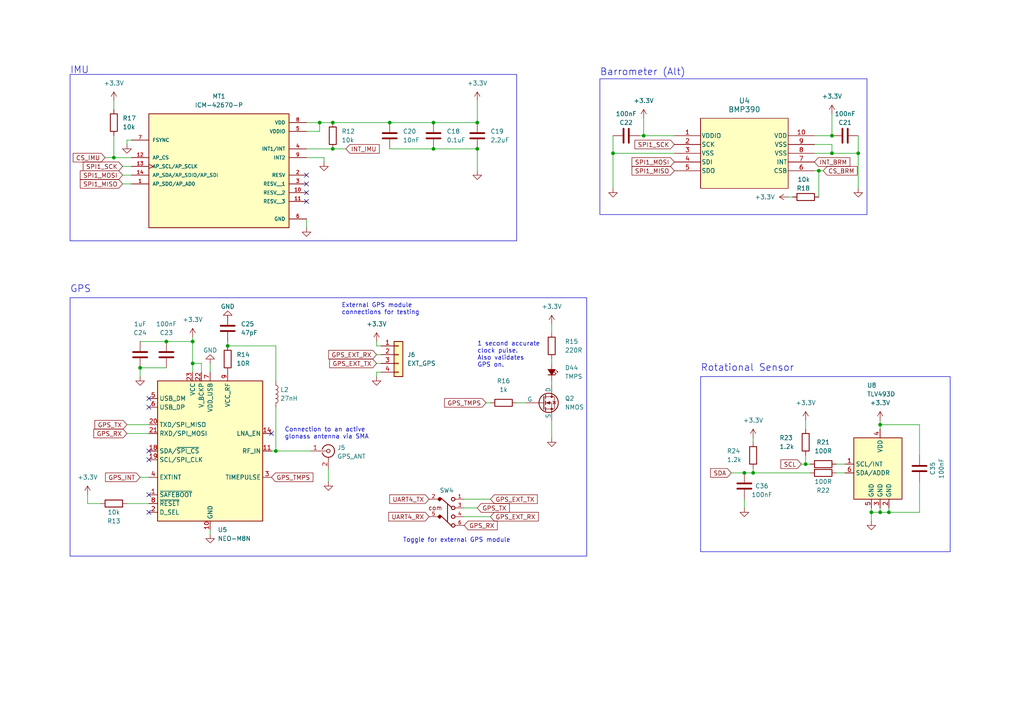
<source format=kicad_sch>
(kicad_sch (version 20230121) (generator eeschema)
  (paper "A4")
  (lib_symbols
    (symbol "Connector:Conn_Coaxial" (pin_names (offset 1.016) hide)
      (property "Reference" "J" (at 0.254 3.048 0))
      (property "Value" "Conn_Coaxial" (at 2.921 0 90))
      (symbol "Conn_Coaxial_0_1"
        (arc (start -1.778 -0.508) (mid 0.2311 -1.8066) (end 1.778 0) (stroke (width 0.254)))
        (polyline (pts (xy -2.54 0) (xy -0.508 0)))
        (polyline (pts (xy 0 -2.54) (xy 0 -1.778)))
        (circle (center 0 0) (radius 0.508) (stroke (width 0.2032)))
        (arc (start 1.778 0) (mid 0.2099 1.8101) (end -1.778 0.508) (stroke (width 0.254)))
      )
      (symbol "Conn_Coaxial_1_1"
        (pin passive line (at -5.08 0 0) (length 2.54) (name "In") (number "1"))
        (pin passive line (at 0 -5.08 90) (length 2.54) (name "Ext") (number "2"))
      )
    )
    (symbol "Connector_Generic:Conn_01x04" (pin_names (offset 1.016) hide)
      (property "Reference" "J" (at 0 5.08 0))
      (property "Value" "Conn_01x04" (at 0 -7.62 0))
      (symbol "Conn_01x04_1_1"
        (rectangle (start -1.27 -4.953) (end 0 -5.207) (stroke (width 0.1524)))
        (rectangle (start -1.27 -2.413) (end 0 -2.667) (stroke (width 0.1524)))
        (rectangle (start -1.27 0.127) (end 0 -0.127) (stroke (width 0.1524)))
        (rectangle (start -1.27 2.667) (end 0 2.413) (stroke (width 0.1524)))
        (rectangle (start -1.27 3.81) (end 1.27 -6.35) (stroke (width 0.254)) (fill (type background)))
        (pin passive line (at -5.08 2.54 0) (length 3.81) (name "Pin_1") (number "1"))
        (pin passive line (at -5.08 0 0) (length 3.81) (name "Pin_2") (number "2"))
        (pin passive line (at -5.08 -2.54 0) (length 3.81) (name "Pin_3") (number "3"))
        (pin passive line (at -5.08 -5.08 0) (length 3.81) (name "Pin_4") (number "4"))
      )
    )
    (symbol "Device:C" (pin_numbers hide) (pin_names (offset 0.254))
      (property "Reference" "C" (at 0.635 2.54 0))
      (property "Value" "C" (at 0.635 -2.54 0))
      (symbol "C_0_1"
        (polyline (pts (xy -2.032 -0.762) (xy 2.032 -0.762)) (stroke (width 0.508)))
        (polyline (pts (xy -2.032 0.762) (xy 2.032 0.762)) (stroke (width 0.508)))
      )
      (symbol "C_1_1"
        (pin passive line (at 0 3.81 270) (length 2.794) (name "~") (number "1"))
        (pin passive line (at 0 -3.81 90) (length 2.794) (name "~") (number "2"))
      )
    )
    (symbol "Device:L" (pin_numbers hide) (pin_names (offset 1.016) hide)
      (property "Reference" "L" (at -1.27 0 90))
      (property "Value" "L" (at 1.905 0 90))
      (symbol "L_0_1"
        (arc (start 0 -2.54) (mid 0.6323 -1.905) (end 0 -1.27))
        (arc (start 0 -1.27) (mid 0.6323 -0.635) (end 0 0))
        (arc (start 0 0) (mid 0.6323 0.635) (end 0 1.27))
        (arc (start 0 1.27) (mid 0.6323 1.905) (end 0 2.54))
      )
      (symbol "L_1_1"
        (pin passive line (at 0 3.81 270) (length 1.27) (name "1") (number "1"))
        (pin passive line (at 0 -3.81 90) (length 1.27) (name "2") (number "2"))
      )
    )
    (symbol "Device:LED_Small_Filled" (pin_numbers hide) (pin_names (offset 0.254) hide)
      (property "Reference" "D" (at -1.27 3.175 0))
      (property "Value" "LED_Small_Filled" (at -4.445 -2.54 0))
      (symbol "LED_Small_Filled_0_1"
        (polyline (pts (xy -0.762 -1.016) (xy -0.762 1.016)) (stroke (width 0.254)))
        (polyline (pts (xy 1.016 0) (xy -0.762 0)))
        (polyline (pts (xy 0.762 -1.016) (xy -0.762 0) (xy 0.762 1.016) (xy 0.762 -1.016)) (stroke (width 0.254)) (fill (type outline)))
        (polyline (pts (xy 0 0.762) (xy -0.508 1.27) (xy -0.254 1.27) (xy -0.508 1.27) (xy -0.508 1.016)))
        (polyline (pts (xy 0.508 1.27) (xy 0 1.778) (xy 0.254 1.778) (xy 0 1.778) (xy 0 1.524)))
      )
      (symbol "LED_Small_Filled_1_1"
        (pin passive line (at -2.54 0 0) (length 1.778) (name "K") (number "1"))
        (pin passive line (at 2.54 0 180) (length 1.778) (name "A") (number "2"))
      )
    )
    (symbol "Device:R" (pin_numbers hide) (pin_names (offset 0))
      (property "Reference" "R" (at 2.032 0 90))
      (property "Value" "R" (at 0 0 90))
      (symbol "R_0_1"
        (rectangle (start -1.016 -2.54) (end 1.016 2.54) (stroke (width 0.254)))
      )
      (symbol "R_1_1"
        (pin passive line (at 0 3.81 270) (length 1.27) (name "~") (number "1"))
        (pin passive line (at 0 -3.81 90) (length 1.27) (name "~") (number "2"))
      )
    )
    (symbol "RF_GPS:NEO-M8N"
      (property "Reference" "U" (at -13.97 21.59 0))
      (property "Value" "NEO-M8N" (at 11.43 21.59 0))
      (symbol "NEO-M8N_0_1"
        (rectangle (start -15.24 20.32) (end 15.24 -20.32) (stroke (width 0.254)) (fill (type background)))
      )
      (symbol "NEO-M8N_1_1"
        (pin input line (at -17.78 -12.7 0) (length 2.54) (name "~{SAFEBOOT}") (number "1"))
        (pin power_in line (at 0 -22.86 90) (length 2.54) (name "GND") (number "10"))
        (pin input line (at 17.78 0 180) (length 2.54) (name "RF_IN") (number "11"))
        (pin passive line (at 0 -22.86 90) (length 2.54) hide (name "GND") (number "12"))
        (pin passive line (at 0 -22.86 90) (length 2.54) hide (name "GND") (number "13"))
        (pin output line (at 17.78 5.08 180) (length 2.54) (name "LNA_EN") (number "14"))
        (pin no_connect line (at 15.24 -10.16 180) (length 2.54) hide (name "RESERVED") (number "15"))
        (pin no_connect line (at 15.24 -12.7 180) (length 2.54) hide (name "RESERVED") (number "16"))
        (pin no_connect line (at 15.24 -15.24 180) (length 2.54) hide (name "RESERVED") (number "17"))
        (pin bidirectional line (at -17.78 0 0) (length 2.54) (name "SDA/~{SPI_CS}") (number "18"))
        (pin input line (at -17.78 -2.54 0) (length 2.54) (name "SCL/SPI_CLK") (number "19"))
        (pin input line (at -17.78 -17.78 0) (length 2.54) (name "D_SEL") (number "2"))
        (pin output line (at -17.78 7.62 0) (length 2.54) (name "TXD/SPI_MISO") (number "20"))
        (pin input line (at -17.78 5.08 0) (length 2.54) (name "RXD/SPI_MOSI") (number "21"))
        (pin power_in line (at -2.54 22.86 270) (length 2.54) (name "V_BCKP") (number "22"))
        (pin power_in line (at -5.08 22.86 270) (length 2.54) (name "VCC") (number "23"))
        (pin passive line (at 0 -22.86 90) (length 2.54) hide (name "GND") (number "24"))
        (pin output line (at 17.78 -7.62 180) (length 2.54) (name "TIMEPULSE") (number "3"))
        (pin input line (at -17.78 -7.62 0) (length 2.54) (name "EXTINT") (number "4"))
        (pin bidirectional line (at -17.78 15.24 0) (length 2.54) (name "USB_DM") (number "5"))
        (pin bidirectional line (at -17.78 12.7 0) (length 2.54) (name "USB_DP") (number "6"))
        (pin power_in line (at 0 22.86 270) (length 2.54) (name "VDD_USB") (number "7"))
        (pin input line (at -17.78 -15.24 0) (length 2.54) (name "~{RESET}") (number "8"))
        (pin power_out line (at 5.08 22.86 270) (length 2.54) (name "VCC_RF") (number "9"))
      )
    )
    (symbol "Sensor_Magnetic:TLV493D"
      (property "Reference" "U" (at -6.35 11.43 0))
      (property "Value" "TLV493D" (at 5.08 11.43 0))
      (symbol "TLV493D_0_1"
        (rectangle (start -7.62 10.16) (end 6.35 -7.62) (stroke (width 0.254)) (fill (type background)))
      )
      (symbol "TLV493D_1_1"
        (pin bidirectional line (at -10.16 2.54 0) (length 2.54) (name "SCL/INT") (number "1"))
        (pin power_in line (at 2.54 -10.16 90) (length 2.54) (name "GND") (number "2"))
        (pin power_in line (at 0 -10.16 90) (length 2.54) (name "GND") (number "3"))
        (pin power_in line (at 0 12.7 270) (length 2.54) (name "VDD") (number "4"))
        (pin power_in line (at -2.54 -10.16 90) (length 2.54) (name "GND") (number "5"))
        (pin bidirectional line (at -10.16 0 0) (length 2.54) (name "SDA/ADDR") (number "6"))
      )
    )
    (symbol "Sensor_Motion:ICM-42670-P" (pin_names (offset 1.016))
      (property "Reference" "MT" (at -20.32 13.97 0))
      (property "Value" "ICM-42670-P" (at -20.32 -22.86 0))
      (symbol "ICM-42670-P_0_0"
        (rectangle (start -20.32 -20.32) (end 20.32 12.7) (stroke (width 0.254)) (fill (type background)))
        (pin bidirectional line (at -25.4 -7.62 0) (length 5.08) (name "AP_SDO/AP_AD0") (number "1"))
        (pin passive line (at 25.4 -10.16 180) (length 5.08) (name "RESV__2") (number "10"))
        (pin passive line (at 25.4 -12.7 180) (length 5.08) (name "RESV__3") (number "11"))
        (pin input line (at -25.4 0 0) (length 5.08) (name "AP_CS") (number "12"))
        (pin input clock (at -25.4 -2.54 0) (length 5.08) (name "AP_SCL/AP_SCLK") (number "13"))
        (pin bidirectional line (at -25.4 -5.08 0) (length 5.08) (name "AP_SDA/AP_SDIO/AP_SDI") (number "14"))
        (pin passive line (at 25.4 -5.08 180) (length 5.08) (name "RESV") (number "2"))
        (pin passive line (at 25.4 -7.62 180) (length 5.08) (name "RESV__1") (number "3"))
        (pin output line (at 25.4 2.54 180) (length 5.08) (name "INT1/INT") (number "4"))
        (pin power_in line (at 25.4 7.62 180) (length 5.08) (name "VDDIO") (number "5"))
        (pin power_in line (at 25.4 -17.78 180) (length 5.08) (name "GND") (number "6"))
        (pin input line (at -25.4 5.08 0) (length 5.08) (name "FSYNC") (number "7"))
        (pin power_in line (at 25.4 10.16 180) (length 5.08) (name "VDD") (number "8"))
        (pin output line (at 25.4 0 180) (length 5.08) (name "INT2") (number "9"))
      )
    )
    (symbol "Sensor_Pressure:BMP390" (pin_names (offset 0.254))
      (property "Reference" "U" (at 20.32 10.16 0))
      (property "Value" "BMP390" (at 20.32 7.62 0))
      (symbol "BMP390_0_1"
        (polyline (pts (xy 7.62 5.08) (xy 7.62 -15.24)) (stroke (width 0.127)))
        (polyline (pts (xy 33.02 -15.24) (xy 33.02 5.08)) (stroke (width 0.127)))
        (polyline (pts (xy 33.02 5.08) (xy 7.62 5.08)) (stroke (width 0.127)))
        (pin power_in line (at 0 0 0) (length 7.62) (name "VDDIO") (number "1"))
        (pin power_in line (at 40.64 0 180) (length 7.62) (name "VDD") (number "10"))
        (pin input line (at 0 -2.54 0) (length 7.62) (name "SCK") (number "2"))
        (pin power_out line (at 0 -5.08 0) (length 7.62) (name "VSS") (number "3"))
        (pin bidirectional line (at 0 -7.62 0) (length 7.62) (name "SDI") (number "4"))
        (pin bidirectional line (at 0 -10.16 0) (length 7.62) (name "SDO") (number "5"))
        (pin input line (at 40.64 -10.16 180) (length 7.62) (name "CSB") (number "6"))
        (pin input line (at 40.64 -7.62 180) (length 7.62) (name "INT") (number "7"))
        (pin power_out line (at 40.64 -5.08 180) (length 7.62) (name "VSS") (number "8"))
        (pin power_out line (at 40.64 -2.54 180) (length 7.62) (name "VSS") (number "9"))
      )
      (symbol "BMP390_1_1"
        (rectangle (start 7.62 5.08) (end 33.02 -15.24))
        (rectangle (start 7.62 5.08) (end 33.02 -15.24) (fill (type background)))
      )
    )
    (symbol "Simulation_SPICE:NMOS" (pin_numbers hide) (pin_names (offset 0))
      (property "Reference" "Q" (at 5.08 1.27 0))
      (property "Value" "NMOS" (at 5.08 -1.27 0))
      (symbol "NMOS_0_1"
        (polyline (pts (xy 0.254 0) (xy -2.54 0)))
        (polyline (pts (xy 0.254 1.905) (xy 0.254 -1.905)) (stroke (width 0.254)))
        (polyline (pts (xy 0.762 -1.27) (xy 0.762 -2.286)) (stroke (width 0.254)))
        (polyline (pts (xy 0.762 0.508) (xy 0.762 -0.508)) (stroke (width 0.254)))
        (polyline (pts (xy 0.762 2.286) (xy 0.762 1.27)) (stroke (width 0.254)))
        (polyline (pts (xy 2.54 2.54) (xy 2.54 1.778)))
        (polyline (pts (xy 2.54 -2.54) (xy 2.54 0) (xy 0.762 0)))
        (polyline (pts (xy 0.762 -1.778) (xy 3.302 -1.778) (xy 3.302 1.778) (xy 0.762 1.778)))
        (polyline (pts (xy 1.016 0) (xy 2.032 0.381) (xy 2.032 -0.381) (xy 1.016 0)) (fill (type outline)))
        (polyline (pts (xy 2.794 0.508) (xy 2.921 0.381) (xy 3.683 0.381) (xy 3.81 0.254)))
        (polyline (pts (xy 3.302 0.381) (xy 2.921 -0.254) (xy 3.683 -0.254) (xy 3.302 0.381)))
        (circle (center 1.651 0) (radius 2.794) (stroke (width 0.254)))
        (circle (center 2.54 -1.778) (radius 0.254) (fill (type outline)))
        (circle (center 2.54 1.778) (radius 0.254) (fill (type outline)))
      )
      (symbol "NMOS_1_1"
        (pin passive line (at 2.54 5.08 270) (length 2.54) (name "D") (number "1"))
        (pin input line (at -5.08 0 0) (length 2.54) (name "G") (number "2"))
        (pin passive line (at 2.54 -5.08 90) (length 2.54) (name "S") (number "3"))
      )
    )
    (symbol "Switch:DPDT_Slide_SMD" (pin_names (offset 1.016))
      (property "Reference" "S" (at 0 5.08 0))
      (property "Value" "DPDT_Slide_SMD" (at 0 -8.89 0))
      (symbol "DPDT_Slide_SMD_0_0"
        (polyline (pts (xy -1.77 -2.16) (xy 1.36 -5.16)) (stroke (width 0.254)))
        (polyline (pts (xy -1.71 2.93) (xy 1.42 0.17)) (stroke (width 0.254)))
        (polyline (pts (xy 0.26 1.1) (xy 0.26 -3.94)) (stroke (width 0.254)))
        (polyline (pts (xy -2.032 -3.048) (xy -2.54 -2.54) (xy -2.032 -2.032) (xy -1.524 -2.54) (xy -2.032 -3.048)) (stroke (width 0.254)) (fill (type outline)))
        (polyline (pts (xy -2.032 2.032) (xy -2.54 2.54) (xy -2.032 3.048) (xy -1.524 2.54) (xy -2.032 2.032)) (stroke (width 0.254)) (fill (type outline)))
        (circle (center 1.905 -5.08) (radius 0.508) (stroke (width 0.254)))
        (circle (center 1.905 -2.54) (radius 0.508) (stroke (width 0.254)))
        (circle (center 1.905 0) (radius 0.508) (stroke (width 0.254)))
        (circle (center 1.905 2.54) (radius 0.508) (stroke (width 0.254)))
        (text "com" (at -3.302 0 0) (effects (font (size 1.27 1.27))))
        (pin passive line (at 5.08 2.54 180) (length 2.54) (name "~") (number "1"))
        (pin passive line (at -5.08 2.54 0) (length 2.54) (name "~") (number "2"))
        (pin passive line (at 5.08 0 180) (length 2.54) (name "~") (number "3"))
        (pin passive line (at 5.08 -2.54 180) (length 2.54) (name "~") (number "4"))
        (pin passive line (at -5.08 -2.54 0) (length 2.54) (name "~") (number "5"))
        (pin passive line (at 5.08 -5.08 180) (length 2.54) (name "~") (number "6"))
      )
    )
    (symbol "power:+3.3V" (power) (pin_names (offset 0))
      (property "Value" "+3.3V" (at 0 3.556 0))
      (symbol "+3.3V_0_1"
        (polyline (pts (xy -0.762 1.27) (xy 0 2.54)))
        (polyline (pts (xy 0 0) (xy 0 2.54)))
        (polyline (pts (xy 0 2.54) (xy 0.762 1.27)))
      )
      (symbol "+3.3V_1_1"
        (pin power_in line (at 0 0 90) (length 0) hide (name "+3.3V") (number "1"))
      )
    )
    (symbol "power:GND" (power) (pin_names (offset 0))
      (property "Value" "GND" (at 0 -3.81 0))
      (symbol "GND_0_1"
        (polyline (pts (xy 0 0) (xy 0 -1.27) (xy 1.27 -1.27) (xy 0 -2.54) (xy -1.27 -1.27) (xy 0 -1.27)))
      )
      (symbol "GND_1_1"
        (pin power_in line (at 0 0 270) (length 0) hide (name "GND") (number "1"))
      )
    )
  )
  (junction (at 96.52 43.18))
  (junction (at 138.43 43.18))
  (junction (at 125.73 35.56))
  (junction (at 177.8 44.45))
  (junction (at 48.26 99.06))
  (junction (at 255.27 148.59))
  (junction (at 125.73 43.18))
  (junction (at 40.64 106.68))
  (junction (at 215.9 137.16))
  (junction (at 252.73 148.59))
  (junction (at 66.04 100.33))
  (junction (at 55.88 99.06))
  (junction (at 96.52 35.56))
  (junction (at 248.92 44.45))
  (junction (at 218.44 137.16))
  (junction (at 186.69 39.37))
  (junction (at 255.27 123.19))
  (junction (at 257.81 148.59))
  (junction (at 138.43 35.56))
  (junction (at 241.3 44.45))
  (junction (at 80.01 130.81))
  (junction (at 233.68 134.62))
  (junction (at 33.02 45.72))
  (junction (at 241.3 39.37))
  (junction (at 237.49 49.53))
  (junction (at 55.88 105.41))
  (junction (at 92.71 35.56))
  (junction (at 113.03 35.56))
  (no_connect (at 88.9 58.42))
  (no_connect (at 43.18 143.51))
  (no_connect (at 88.9 50.8))
  (no_connect (at 78.74 125.73))
  (no_connect (at 43.18 130.81))
  (no_connect (at 43.18 133.35))
  (no_connect (at 88.9 53.34))
  (no_connect (at 43.18 118.11))
  (no_connect (at 43.18 115.57))
  (no_connect (at 43.18 148.59))
  (no_connect (at 88.9 55.88))
  (wire (pts (xy 35.56 53.34) (xy 38.1 53.34)))
  (wire (pts (xy 92.71 38.1) (xy 92.71 35.56)))
  (wire (pts (xy 236.22 41.91) (xy 241.3 41.91)))
  (wire (pts (xy 60.96 153.67) (xy 60.96 154.94)))
  (wire (pts (xy 215.9 144.78) (xy 215.9 147.32)))
  (wire (pts (xy 252.73 148.59) (xy 252.73 151.13)))
  (wire (pts (xy 255.27 147.32) (xy 255.27 148.59)))
  (wire (pts (xy 233.68 134.62) (xy 234.95 134.62)))
  (wire (pts (xy 40.64 106.68) (xy 48.26 106.68)))
  (wire (pts (xy 160.02 111.76) (xy 160.02 110.49)))
  (wire (pts (xy 266.7 148.59) (xy 266.7 139.7)))
  (wire (pts (xy 78.74 130.81) (xy 80.01 130.81)))
  (wire (pts (xy 40.64 99.06) (xy 48.26 99.06)))
  (wire (pts (xy 80.01 130.81) (xy 90.17 130.81)))
  (wire (pts (xy 215.9 137.16) (xy 218.44 137.16)))
  (wire (pts (xy 138.43 147.32) (xy 134.62 147.32)))
  (wire (pts (xy 257.81 148.59) (xy 266.7 148.59)))
  (wire (pts (xy 266.7 132.08) (xy 266.7 123.19)))
  (wire (pts (xy 257.81 148.59) (xy 257.81 147.32)))
  (wire (pts (xy 140.97 116.84) (xy 142.24 116.84)))
  (wire (pts (xy 186.69 39.37) (xy 195.58 39.37)))
  (wire (pts (xy 36.83 123.19) (xy 43.18 123.19)))
  (wire (pts (xy 242.57 137.16) (xy 245.11 137.16)))
  (wire (pts (xy 95.25 135.89) (xy 95.25 139.7)))
  (wire (pts (xy 241.3 39.37) (xy 241.3 33.02)))
  (wire (pts (xy 160.02 121.92) (xy 160.02 127)))
  (wire (pts (xy 88.9 43.18) (xy 96.52 43.18)))
  (wire (pts (xy 142.24 149.86) (xy 134.62 149.86)))
  (wire (pts (xy 55.88 105.41) (xy 55.88 99.06)))
  (wire (pts (xy 236.22 39.37) (xy 241.3 39.37)))
  (wire (pts (xy 33.02 45.72) (xy 38.1 45.72)))
  (wire (pts (xy 177.8 44.45) (xy 177.8 54.61)))
  (wire (pts (xy 58.42 105.41) (xy 55.88 105.41)))
  (wire (pts (xy 233.68 132.08) (xy 233.68 134.62)))
  (wire (pts (xy 149.86 116.84) (xy 152.4 116.84)))
  (wire (pts (xy 66.04 99.06) (xy 66.04 100.33)))
  (wire (pts (xy 66.04 100.33) (xy 80.01 100.33)))
  (wire (pts (xy 255.27 148.59) (xy 257.81 148.59)))
  (wire (pts (xy 228.6 57.15) (xy 229.87 57.15)))
  (wire (pts (xy 109.22 99.06) (xy 109.22 100.33)))
  (wire (pts (xy 233.68 121.92) (xy 233.68 124.46)))
  (wire (pts (xy 36.83 40.64) (xy 38.1 40.64)))
  (wire (pts (xy 242.57 134.62) (xy 245.11 134.62)))
  (wire (pts (xy 30.48 45.72) (xy 33.02 45.72)))
  (wire (pts (xy 40.64 106.68) (xy 40.64 109.22)))
  (wire (pts (xy 125.73 43.18) (xy 138.43 43.18)))
  (wire (pts (xy 33.02 39.37) (xy 33.02 45.72)))
  (wire (pts (xy 252.73 147.32) (xy 252.73 148.59)))
  (wire (pts (xy 55.88 99.06) (xy 55.88 97.79)))
  (wire (pts (xy 58.42 107.95) (xy 58.42 105.41)))
  (wire (pts (xy 33.02 29.21) (xy 33.02 31.75)))
  (wire (pts (xy 92.71 35.56) (xy 96.52 35.56)))
  (wire (pts (xy 48.26 99.06) (xy 55.88 99.06)))
  (wire (pts (xy 125.73 35.56) (xy 138.43 35.56)))
  (wire (pts (xy 113.03 35.56) (xy 125.73 35.56)))
  (wire (pts (xy 236.22 49.53) (xy 237.49 49.53)))
  (wire (pts (xy 35.56 50.8) (xy 38.1 50.8)))
  (wire (pts (xy 212.09 137.16) (xy 215.9 137.16)))
  (wire (pts (xy 40.64 138.43) (xy 43.18 138.43)))
  (wire (pts (xy 142.24 144.78) (xy 134.62 144.78)))
  (wire (pts (xy 93.98 45.72) (xy 88.9 45.72)))
  (wire (pts (xy 96.52 43.18) (xy 100.33 43.18)))
  (wire (pts (xy 177.8 44.45) (xy 195.58 44.45)))
  (wire (pts (xy 237.49 49.53) (xy 238.76 49.53)))
  (wire (pts (xy 160.02 93.98) (xy 160.02 96.52)))
  (wire (pts (xy 93.98 46.99) (xy 93.98 45.72)))
  (wire (pts (xy 186.69 34.29) (xy 186.69 39.37)))
  (wire (pts (xy 29.21 146.05) (xy 25.4 146.05)))
  (wire (pts (xy 177.8 39.37) (xy 177.8 44.45)))
  (wire (pts (xy 36.83 146.05) (xy 43.18 146.05)))
  (wire (pts (xy 160.02 104.14) (xy 160.02 105.41)))
  (wire (pts (xy 109.22 100.33) (xy 110.49 100.33)))
  (wire (pts (xy 218.44 137.16) (xy 234.95 137.16)))
  (wire (pts (xy 55.88 105.41) (xy 55.88 107.95)))
  (wire (pts (xy 88.9 38.1) (xy 92.71 38.1)))
  (wire (pts (xy 36.83 125.73) (xy 43.18 125.73)))
  (wire (pts (xy 138.43 29.21) (xy 138.43 35.56)))
  (wire (pts (xy 96.52 35.56) (xy 113.03 35.56)))
  (wire (pts (xy 252.73 148.59) (xy 255.27 148.59)))
  (wire (pts (xy 218.44 135.89) (xy 218.44 137.16)))
  (wire (pts (xy 248.92 44.45) (xy 248.92 54.61)))
  (wire (pts (xy 80.01 100.33) (xy 80.01 110.49)))
  (wire (pts (xy 36.83 41.91) (xy 36.83 40.64)))
  (wire (pts (xy 248.92 39.37) (xy 248.92 44.45)))
  (wire (pts (xy 266.7 123.19) (xy 255.27 123.19)))
  (wire (pts (xy 186.69 39.37) (xy 185.42 39.37)))
  (wire (pts (xy 232.41 134.62) (xy 233.68 134.62)))
  (wire (pts (xy 241.3 44.45) (xy 236.22 44.45)))
  (wire (pts (xy 241.3 41.91) (xy 241.3 44.45)))
  (wire (pts (xy 66.04 92.71) (xy 66.04 91.44)))
  (wire (pts (xy 109.22 109.22) (xy 109.22 107.95)))
  (wire (pts (xy 109.22 107.95) (xy 110.49 107.95)))
  (wire (pts (xy 60.96 105.41) (xy 60.96 107.95)))
  (wire (pts (xy 35.56 48.26) (xy 38.1 48.26)))
  (wire (pts (xy 109.22 102.87) (xy 110.49 102.87)))
  (wire (pts (xy 237.49 49.53) (xy 237.49 57.15)))
  (wire (pts (xy 109.22 105.41) (xy 110.49 105.41)))
  (wire (pts (xy 218.44 127) (xy 218.44 128.27)))
  (wire (pts (xy 138.43 49.53) (xy 138.43 43.18)))
  (wire (pts (xy 241.3 44.45) (xy 248.92 44.45)))
  (wire (pts (xy 255.27 121.92) (xy 255.27 123.19)))
  (wire (pts (xy 80.01 118.11) (xy 80.01 130.81)))
  (wire (pts (xy 113.03 43.18) (xy 125.73 43.18)))
  (wire (pts (xy 25.4 146.05) (xy 25.4 143.51)))
  (wire (pts (xy 92.71 35.56) (xy 88.9 35.56)))
  (wire (pts (xy 88.9 63.5) (xy 88.9 66.04)))
  (wire (pts (xy 255.27 123.19) (xy 255.27 124.46)))
  (rectangle (start 203.2 109.22) (end 275.59 160.02))
  (rectangle (start 20.32 86.36) (end 170.18 161.29))
  (rectangle (start 173.99 22.86) (end 251.46 62.23))
  (rectangle (start 20.32 21.59) (end 149.86 69.85))
  (text "1 second accurate \nclock pulse.\nAlso validates \nGPS on.\n" (at 138.43 106.68 0) (effects (font (size 1.27 1.27)) (justify left bottom)))
  (text "GPS" (at 20.32 85.09 0) (effects (font (size 2 2)) (justify left bottom)))
  (text "Rotational Sensor\n" (at 203.2 107.95 0) (effects (font (size 2 2)) (justify left bottom)))
  (text "External GPS module \nconnections for testing" (at 99.06 91.44 0) (effects (font (size 1.27 1.27)) (justify left bottom)))
  (text "IMU\n" (at 20.32 21.59 0) (effects (font (size 2 2)) (justify left bottom)))
  (text "Barrometer (Alt)\n\n" (at 173.99 25.4 0) (effects (font (size 2 2)) (justify left bottom)))
  (text "Connection to an active \nglonass antenna via SMA\n\n" (at 82.55 129.54 0) (effects (font (size 1.27 1.27)) (justify left bottom)))
  (text "Toggle for external GPS module\n" (at 116.84 157.48 0) (effects (font (size 1.27 1.27)) (justify left bottom)))
  (global_label "GPS_RX" (shape input) (at 134.62 152.4 0) (property "Intersheetrefs" "${INTERSHEET_REFS}" (effects hide)))
  (global_label "SPI1_MOSI" (shape input) (at 195.58 46.99 180) (property "Intersheetrefs" "${INTERSHEET_REFS}" (effects hide)))
  (global_label "UART4_RX" (shape input) (at 124.46 149.86 180) (property "Intersheetrefs" "${INTERSHEET_REFS}" (effects hide)))
  (global_label "SPI1_MOSI" (shape input) (at 35.56 50.8 180) (property "Intersheetrefs" "${INTERSHEET_REFS}" (effects hide)))
  (global_label "SDA" (shape input) (at 212.09 137.16 180) (property "Intersheetrefs" "${INTERSHEET_REFS}" (effects hide)))
  (global_label "GPS_TX" (shape input) (at 138.43 147.32 0) (property "Intersheetrefs" "${INTERSHEET_REFS}" (effects hide)))
  (global_label "GPS_TMPS" (shape input) (at 78.74 138.43 0) (property "Intersheetrefs" "${INTERSHEET_REFS}" (effects hide)))
  (global_label "SCL" (shape input) (at 232.41 134.62 180) (property "Intersheetrefs" "${INTERSHEET_REFS}" (effects hide)))
  (global_label "SPI1_SCK" (shape input) (at 35.56 48.26 180) (property "Intersheetrefs" "${INTERSHEET_REFS}" (effects hide)))
  (global_label "GPS_EXT_TX" (shape input) (at 109.22 105.41 180) (property "Intersheetrefs" "${INTERSHEET_REFS}" (effects hide)))
  (global_label "INT_IMU" (shape input) (at 100.33 43.18 0) (property "Intersheetrefs" "${INTERSHEET_REFS}" (effects hide)))
  (global_label "GPS_RX" (shape input) (at 36.83 125.73 180) (property "Intersheetrefs" "${INTERSHEET_REFS}" (effects hide)))
  (global_label "GPS_EXT_RX" (shape input) (at 109.22 102.87 180) (property "Intersheetrefs" "${INTERSHEET_REFS}" (effects hide)))
  (global_label "UART4_TX" (shape input) (at 124.46 144.78 180) (property "Intersheetrefs" "${INTERSHEET_REFS}" (effects hide)))
  (global_label "GPS_TX" (shape input) (at 36.83 123.19 180) (property "Intersheetrefs" "${INTERSHEET_REFS}" (effects hide)))
  (global_label "GPS_EXT_RX" (shape input) (at 142.24 149.86 0) (property "Intersheetrefs" "${INTERSHEET_REFS}" (effects hide)))
  (global_label "INT_BRM" (shape input) (at 236.22 46.99 0) (property "Intersheetrefs" "${INTERSHEET_REFS}" (effects hide)))
  (global_label "GPS_INT" (shape input) (at 40.64 138.43 180) (property "Intersheetrefs" "${INTERSHEET_REFS}" (effects hide)))
  (global_label "SPI1_MISO" (shape input) (at 195.58 49.53 180) (property "Intersheetrefs" "${INTERSHEET_REFS}" (effects hide)))
  (global_label "GPS_EXT_TX" (shape input) (at 142.24 144.78 0) (property "Intersheetrefs" "${INTERSHEET_REFS}" (effects hide)))
  (global_label "CS_IMU" (shape input) (at 30.48 45.72 180) (property "Intersheetrefs" "${INTERSHEET_REFS}" (effects hide)))
  (global_label "SPI1_MISO" (shape input) (at 35.56 53.34 180) (property "Intersheetrefs" "${INTERSHEET_REFS}" (effects hide)))
  (global_label "CS_BRM" (shape input) (at 238.76 49.53 0) (property "Intersheetrefs" "${INTERSHEET_REFS}" (effects hide)))
  (global_label "SPI1_SCK" (shape input) (at 195.58 41.91 180) (property "Intersheetrefs" "${INTERSHEET_REFS}" (effects hide)))
  (global_label "GPS_TMPS" (shape input) (at 140.97 116.84 180) (property "Intersheetrefs" "${INTERSHEET_REFS}" (effects hide)))
  (symbol (lib_id "power:+3.3V") (at 228.6 57.15 90) (unit 1)
    (property "Reference" "#PWR052" (effects hide))
    (property "Value" "+3.3V" (at 224.79 57.15 90) (effects (justify left)))
  )
  (symbol (lib_id "Device:C") (at 245.11 39.37 90) (unit 1)
    (property "Reference" "C21" (at 245.11 35.56 90))
    (property "Value" "100nF" (at 245.11 33.02 90))
  )
  (symbol (lib_id "power:GND") (at 36.83 41.91 0) (unit 1)
    (property "Reference" "#PWR034" (effects hide))
    (property "Value" "GND" (effects hide))
  )
  (symbol (lib_id "power:GND") (at 95.25 139.7 0) (unit 1)
    (property "Reference" "#PWR046" (effects hide))
    (property "Value" "GND" (effects hide))
  )
  (symbol (lib_id "power:+3.3V") (at 55.88 97.79 0) (unit 1)
    (property "Reference" "#PWR040" (effects hide))
    (property "Value" "+3.3V" (at 55.88 92.71 0))
  )
  (symbol (lib_id "Device:C") (at 48.26 102.87 0) (unit 1)
    (property "Reference" "C23" (at 48.26 96.52 0))
    (property "Value" "100nF" (at 48.26 93.98 0))
  )
  (symbol (lib_id "Connector_Generic:Conn_01x04") (at 115.57 102.87 0) (unit 1)
    (property "Reference" "J6" (at 118.11 102.87 0) (effects (justify left)))
    (property "Value" "EXT_GPS" (at 118.11 105.41 0) (effects (justify left)))
  )
  (symbol (lib_id "power:GND") (at 215.9 147.32 0) (unit 1)
    (property "Reference" "#PWR068" (effects hide))
    (property "Value" "GND" (effects hide))
  )
  (symbol (lib_id "Simulation_SPICE:NMOS") (at 157.48 116.84 0) (unit 1)
    (property "Reference" "Q2" (at 163.83 115.57 0) (effects (justify left)))
    (property "Value" "NMOS" (at 163.83 118.11 0) (effects (justify left)))
    (property "Datasheet" "https://ngspice.sourceforge.io/docs/ngspice-manual.pdf" (effects hide))
    (property "Sim.Device" "NMOS" (effects hide))
    (property "Sim.Type" "VDMOS" (effects hide))
    (property "Sim.Pins" "1=D 2=G 3=S" (effects hide))
  )
  (symbol (lib_id "power:+3.3V") (at 109.22 99.06 0) (unit 1)
    (property "Reference" "#PWR048" (effects hide))
    (property "Value" "+3.3V" (at 109.22 93.98 0))
  )
  (symbol (lib_id "power:GND") (at 248.92 54.61 0) (unit 1)
    (property "Reference" "#PWR038" (effects hide))
    (property "Value" "GND" (effects hide))
  )
  (symbol (lib_id "Device:C") (at 125.73 39.37 0) (unit 1)
    (property "Reference" "C18" (at 129.54 38.1 0) (effects (justify left)))
    (property "Value" "0.1uF" (at 129.54 40.64 0) (effects (justify left)))
    (property "Datasheet" "~X7R" (effects hide))
  )
  (symbol (lib_id "Device:R") (at 160.02 100.33 0) (unit 1)
    (property "Reference" "R15" (at 163.83 99.06 0) (effects (justify left)))
    (property "Value" "220R" (at 163.83 101.6 0) (effects (justify left)))
  )
  (symbol (lib_id "power:GND") (at 160.02 127 0) (unit 1)
    (property "Reference" "#PWR050" (effects hide))
    (property "Value" "GND" (effects hide))
  )
  (symbol (lib_id "power:GND") (at 66.04 92.71 180) (unit 1)
    (property "Reference" "#PWR045" (effects hide))
    (property "Value" "GND" (at 66.04 88.9 0))
  )
  (symbol (lib_id "power:+3.3V") (at 241.3 33.02 0) (unit 1)
    (property "Reference" "#PWR037" (effects hide))
    (property "Value" "+3.3V" (at 241.3 27.94 0))
  )
  (symbol (lib_id "power:GND") (at 60.96 154.94 0) (unit 1)
    (property "Reference" "#PWR041" (effects hide))
    (property "Value" "GND" (effects hide))
  )
  (symbol (lib_id "Sensor_Pressure:BMP390") (at 195.58 39.37 0) (unit 1)
    (property "Reference" "U4" (at 215.9 29.21 0) (effects (font (size 1.524 1.524))))
    (property "Value" "BMP390" (at 215.9 31.75 0) (effects (font (size 1.524 1.524))))
    (property "Footprint" "10LGA_2X2X0p75_BOS" (effects hide))
    (property "Datasheet" "BMP390" (effects hide))
  )
  (symbol (lib_id "power:+3.3V") (at 218.44 127 0) (unit 1)
    (property "Reference" "#PWR069" (effects hide))
    (property "Value" "+3.3V" (at 218.44 121.92 0))
  )
  (symbol (lib_id "power:GND") (at 252.73 151.13 0) (unit 1)
    (property "Reference" "#PWR067" (effects hide))
    (property "Value" "GND" (effects hide))
  )
  (symbol (lib_id "power:+3.3V") (at 33.02 29.21 0) (unit 1)
    (property "Reference" "#PWR051" (effects hide))
    (property "Value" "+3.3V" (at 33.02 24.13 0))
  )
  (symbol (lib_id "Device:R") (at 66.04 104.14 180) (unit 1)
    (property "Reference" "R14" (at 68.58 102.87 0) (effects (justify right)))
    (property "Value" "10R" (at 68.58 105.41 0) (effects (justify right)))
  )
  (symbol (lib_id "power:GND") (at 109.22 109.22 0) (unit 1)
    (property "Reference" "#PWR047" (effects hide))
    (property "Value" "GND" (effects hide))
  )
  (symbol (lib_id "power:GND") (at 40.64 109.22 0) (unit 1)
    (property "Reference" "#PWR043" (effects hide))
    (property "Value" "GND" (effects hide))
  )
  (symbol (lib_id "Device:C") (at 138.43 39.37 0) (unit 1)
    (property "Reference" "C19" (at 142.24 38.1 0) (effects (justify left)))
    (property "Value" "2.2uF" (at 142.24 40.64 0) (effects (justify left)))
    (property "Datasheet" "~ X7R" (effects hide))
  )
  (symbol (lib_id "Device:R") (at 96.52 39.37 0) (unit 1)
    (property "Reference" "R12" (at 99.06 38.1 0) (effects (justify left)))
    (property "Value" "10k" (at 99.06 40.64 0) (effects (justify left)))
  )
  (symbol (lib_id "Connector:Conn_Coaxial") (at 95.25 130.81 0) (unit 1)
    (property "Reference" "J5" (at 97.79 129.8332 0) (effects (justify left)))
    (property "Value" "GPS_ANT" (at 97.79 132.3732 0) (effects (justify left)))
    (property "Datasheet" " ~ SMA" (effects hide))
  )
  (symbol (lib_id "power:GND") (at 177.8 54.61 0) (unit 1)
    (property "Reference" "#PWR039" (effects hide))
    (property "Value" "GND" (effects hide))
  )
  (symbol (lib_id "Device:R") (at 146.05 116.84 90) (unit 1)
    (property "Reference" "R16" (at 146.05 110.49 90))
    (property "Value" "1k" (at 146.05 113.03 90))
  )
  (symbol (lib_id "power:+3.3V") (at 25.4 143.51 0) (unit 1)
    (property "Reference" "#PWR042" (effects hide))
    (property "Value" "+3.3V" (at 25.4 138.43 0))
  )
  (symbol (lib_id "power:GND") (at 60.96 105.41 180) (unit 1)
    (property "Reference" "#PWR044" (effects hide))
    (property "Value" "GND" (at 60.96 101.6 0))
  )
  (symbol (lib_id "power:+3.3V") (at 138.43 29.21 0) (unit 1)
    (property "Reference" "#PWR031" (effects hide))
    (property "Value" "+3.3V" (at 138.43 24.13 0))
  )
  (symbol (lib_id "Sensor_Magnetic:TLV493D") (at 255.27 137.16 0) (unit 1)
    (property "Reference" "U8" (at 251.46 111.76 0) (effects (justify left)))
    (property "Value" "TLV493D" (at 251.46 114.3 0) (effects (justify left)))
    (property "Footprint" "Package_TO_SOT_SMD:SOT-23-6" (effects hide))
    (property "Datasheet" "http://www.infineon.com/dgdl/Infineon-TLV493D-A1B6-DS-v01_00-EN.pdf?fileId=5546d462525dbac40152a6b85c760e80" (effects hide))
  )
  (symbol (lib_id "RF_GPS:NEO-M8N") (at 60.96 130.81 0) (unit 1)
    (property "Reference" "U5" (at 63.1541 153.67 0) (effects (justify left)))
    (property "Value" "NEO-M8N" (at 63.1541 156.21 0) (effects (justify left)))
    (property "Footprint" "RF_GPS:ublox_NEO" (effects hide))
    (property "Datasheet" "https://content.u-blox.com/sites/default/files/NEO-M8-FW3_DataSheet_UBX-15031086.pdf" (effects hide))
  )
  (symbol (lib_id "Device:C") (at 40.64 102.87 0) (unit 1)
    (property "Reference" "C24" (at 40.64 96.52 0))
    (property "Value" "1uF" (at 40.64 93.98 0))
  )
  (symbol (lib_id "power:+3.3V") (at 255.27 121.92 0) (unit 1)
    (property "Reference" "#PWR065" (effects hide))
    (property "Value" "+3.3V" (at 255.27 116.84 0))
  )
  (symbol (lib_id "power:+3.3V") (at 233.68 121.92 0) (unit 1)
    (property "Reference" "#PWR066" (effects hide))
    (property "Value" "+3.3V" (at 233.68 116.84 0))
  )
  (symbol (lib_id "power:+3.3V") (at 160.02 93.98 0) (unit 1)
    (property "Reference" "#PWR049" (effects hide))
    (property "Value" "+3.3V" (at 160.02 88.9 0))
  )
  (symbol (lib_id "Device:C") (at 113.03 39.37 0) (unit 1)
    (property "Reference" "C20" (at 116.84 38.1 0) (effects (justify left)))
    (property "Value" "10nF" (at 116.84 40.64 0) (effects (justify left)))
    (property "Datasheet" "~X7R" (effects hide))
  )
  (symbol (lib_id "Device:R") (at 218.44 132.08 0) (unit 1)
    (property "Reference" "R24" (at 210.82 130.81 0) (effects (justify left)))
    (property "Value" "1.2k" (at 210.82 133.35 0) (effects (justify left)))
  )
  (symbol (lib_id "power:GND") (at 93.98 46.99 0) (unit 1)
    (property "Reference" "#PWR035" (effects hide))
    (property "Value" "GND" (effects hide))
  )
  (symbol (lib_id "Device:R") (at 233.68 57.15 90) (unit 1)
    (property "Reference" "R18" (at 234.95 54.61 90) (effects (justify left)))
    (property "Value" "10k" (at 234.95 52.07 90) (effects (justify left)))
  )
  (symbol (lib_id "power:GND") (at 88.9 66.04 0) (unit 1)
    (property "Reference" "#PWR033" (effects hide))
    (property "Value" "GND" (effects hide))
  )
  (symbol (lib_id "Device:C") (at 215.9 140.97 180) (unit 1)
    (property "Reference" "C36" (at 220.98 140.97 0))
    (property "Value" "100nF" (at 220.98 143.51 0))
  )
  (symbol (lib_id "Device:R") (at 238.76 134.62 90) (unit 1)
    (property "Reference" "R21" (at 238.76 128.27 90))
    (property "Value" "100R" (at 238.76 130.81 90))
  )
  (symbol (lib_id "Device:R") (at 233.68 128.27 0) (unit 1)
    (property "Reference" "R23" (at 226.06 127 0) (effects (justify left)))
    (property "Value" "1.2k" (at 226.06 129.54 0) (effects (justify left)))
  )
  (symbol (lib_id "Switch:DPDT_Slide_SMD") (at 129.54 147.32 0) (unit 1)
    (property "Reference" "SW4" (at 129.54 142.24 0))
    (property "Value" "DPDT_Slide_SMD" (effects hide))
    (property "Footprint" "452403012014:452403012014" (effects hide))
  )
  (symbol (lib_id "Device:LED_Small_Filled") (at 160.02 107.95 270) (mirror x) (unit 1)
    (property "Reference" "D44" (at 163.83 106.68 90) (effects (justify left)))
    (property "Value" "TMPS" (at 163.83 109.22 90) (effects (justify left)))
    (property "Footprint" "LED_SMD:LED_0603_1608Metric" (effects hide))
    (property "MPN" "LTST-C191KGKT" (effects hide))
    (instances (project "power" (path "" (reference "D44") (unit 1))) (project "Power" (path "" (reference "D1") (unit 1))) (project "actuation" (path "" (reference "D44") (unit 1))) (project "Flight_Board" (path "" (reference "D1") (unit 1)) (path "" (reference "D6") (unit 1))))
  )
  (symbol (lib_id "Sensor_Motion:ICM-42670-P") (at 63.5 45.72 0) (unit 1)
    (property "Reference" "MT1" (at 63.5 27.94 0))
    (property "Value" "ICM-42670-P" (at 63.5 30.48 0))
    (property "Footprint" "ICM-42670-P:XDCR_ICM-42670-P" (effects hide))
    (property "PARTREV" "1.1" (effects hide))
    (property "STANDARD" "Manufacturer Recommendations" (effects hide))
    (property "MAXIMUM_PACKAGE_HEIGHT" "0.81 mm" (effects hide))
    (property "MANUFACTURER" "TDK InvenSense" (effects hide))
  )
  (symbol (lib_id "Device:R") (at 33.02 146.05 90) (unit 1)
    (property "Reference" "R13" (at 33.02 151.13 90))
    (property "Value" "10k" (at 33.02 148.59 90))
  )
  (symbol (lib_id "Device:C") (at 266.7 135.89 180) (unit 1)
    (property "Reference" "C35" (at 270.51 135.89 90))
    (property "Value" "100nF" (at 273.05 135.89 90))
  )
  (symbol (lib_id "Device:R") (at 33.02 35.56 0) (unit 1)
    (property "Reference" "R17" (at 35.56 34.29 0) (effects (justify left)))
    (property "Value" "10k" (at 35.56 36.83 0) (effects (justify left)))
  )
  (symbol (lib_id "Device:C") (at 66.04 95.25 0) (unit 1)
    (property "Reference" "C25" (at 69.85 93.98 0) (effects (justify left)))
    (property "Value" "47pF" (at 69.85 96.52 0) (effects (justify left)))
    (property "Datasheet" "~Ceramic" (effects hide))
  )
  (symbol (lib_id "Device:R") (at 238.76 137.16 90) (unit 1)
    (property "Reference" "R22" (at 238.76 142.24 90))
    (property "Value" "100R" (at 238.76 139.7 90))
  )
  (symbol (lib_id "Device:C") (at 181.61 39.37 270) (unit 1)
    (property "Reference" "C22" (at 181.61 35.56 90))
    (property "Value" "100nF" (at 181.61 33.02 90))
  )
  (symbol (lib_id "power:+3.3V") (at 186.69 34.29 0) (unit 1)
    (property "Reference" "#PWR036" (effects hide))
    (property "Value" "+3.3V" (at 186.69 29.21 0))
  )
  (symbol (lib_id "power:GND") (at 138.43 49.53 0) (unit 1)
    (property "Reference" "#PWR032" (effects hide))
    (property "Value" "GND" (effects hide))
  )
  (symbol (lib_id "Device:L") (at 80.01 114.3 0) (unit 1)
    (property "Reference" "L2" (at 81.28 113.03 0) (effects (justify left)))
    (property "Value" "27nH" (at 81.28 115.57 0) (effects (justify left)))
  )
)
</source>
